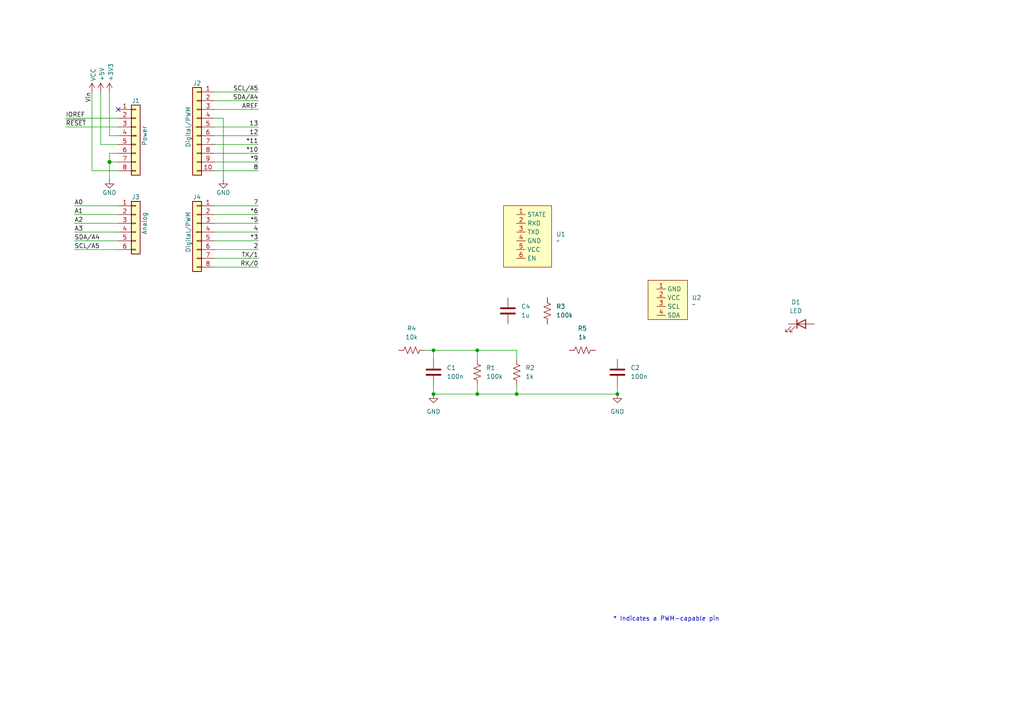
<source format=kicad_sch>
(kicad_sch (version 20250114) (generator "eeschema") (generator_version "9.0")
  (paper "A4")
  (title_block (date "mar. 31 mars 2015"))
  (lib_symbols
    (symbol "Connector_Generic:Conn_01x06" (pin_names (offset 1.016) (hide yes))
      (property "Reference" "J" (at 0 7.62 0))
      (property "Value" "Conn_01x06" (at 0 -10.16 0))
      (symbol "Conn_01x06_1_1"
        (rectangle (start -1.27 6.35) (end 1.27 -8.89) (stroke (width 0.254)) (fill (type background)))
        (rectangle (start -1.27 5.207) (end 0 4.953) (stroke (width 0.1524)))
        (rectangle (start -1.27 2.667) (end 0 2.413) (stroke (width 0.1524)))
        (rectangle (start -1.27 0.127) (end 0 -0.127) (stroke (width 0.1524)))
        (rectangle (start -1.27 -2.413) (end 0 -2.667) (stroke (width 0.1524)))
        (rectangle (start -1.27 -4.953) (end 0 -5.207) (stroke (width 0.1524)))
        (rectangle (start -1.27 -7.493) (end 0 -7.747) (stroke (width 0.1524)))
        (pin passive line (at -5.08 5.08 0) (length 3.81) (name "Pin_1") (number "1"))
        (pin passive line (at -5.08 2.54 0) (length 3.81) (name "Pin_2") (number "2"))
        (pin passive line (at -5.08 0 0) (length 3.81) (name "Pin_3") (number "3"))
        (pin passive line (at -5.08 -2.54 0) (length 3.81) (name "Pin_4") (number "4"))
        (pin passive line (at -5.08 -5.08 0) (length 3.81) (name "Pin_5") (number "5"))
        (pin passive line (at -5.08 -7.62 0) (length 3.81) (name "Pin_6") (number "6"))
      )
    )
    (symbol "Connector_Generic:Conn_01x08" (pin_names (offset 1.016) (hide yes))
      (property "Reference" "J" (at 0 10.16 0))
      (property "Value" "Conn_01x08" (at 0 -12.7 0))
      (symbol "Conn_01x08_1_1"
        (rectangle (start -1.27 8.89) (end 1.27 -11.43) (stroke (width 0.254)) (fill (type background)))
        (rectangle (start -1.27 7.747) (end 0 7.493) (stroke (width 0.1524)))
        (rectangle (start -1.27 5.207) (end 0 4.953) (stroke (width 0.1524)))
        (rectangle (start -1.27 2.667) (end 0 2.413) (stroke (width 0.1524)))
        (rectangle (start -1.27 0.127) (end 0 -0.127) (stroke (width 0.1524)))
        (rectangle (start -1.27 -2.413) (end 0 -2.667) (stroke (width 0.1524)))
        (rectangle (start -1.27 -4.953) (end 0 -5.207) (stroke (width 0.1524)))
        (rectangle (start -1.27 -7.493) (end 0 -7.747) (stroke (width 0.1524)))
        (rectangle (start -1.27 -10.033) (end 0 -10.287) (stroke (width 0.1524)))
        (pin passive line (at -5.08 7.62 0) (length 3.81) (name "Pin_1") (number "1"))
        (pin passive line (at -5.08 5.08 0) (length 3.81) (name "Pin_2") (number "2"))
        (pin passive line (at -5.08 2.54 0) (length 3.81) (name "Pin_3") (number "3"))
        (pin passive line (at -5.08 0 0) (length 3.81) (name "Pin_4") (number "4"))
        (pin passive line (at -5.08 -2.54 0) (length 3.81) (name "Pin_5") (number "5"))
        (pin passive line (at -5.08 -5.08 0) (length 3.81) (name "Pin_6") (number "6"))
        (pin passive line (at -5.08 -7.62 0) (length 3.81) (name "Pin_7") (number "7"))
        (pin passive line (at -5.08 -10.16 0) (length 3.81) (name "Pin_8") (number "8"))
      )
    )
    (symbol "Connector_Generic:Conn_01x10" (pin_names (offset 1.016) (hide yes))
      (property "Reference" "J" (at 0 12.7 0))
      (property "Value" "Conn_01x10" (at 0 -15.24 0))
      (symbol "Conn_01x10_1_1"
        (rectangle (start -1.27 11.43) (end 1.27 -13.97) (stroke (width 0.254)) (fill (type background)))
        (rectangle (start -1.27 10.287) (end 0 10.033) (stroke (width 0.1524)))
        (rectangle (start -1.27 7.747) (end 0 7.493) (stroke (width 0.1524)))
        (rectangle (start -1.27 5.207) (end 0 4.953) (stroke (width 0.1524)))
        (rectangle (start -1.27 2.667) (end 0 2.413) (stroke (width 0.1524)))
        (rectangle (start -1.27 0.127) (end 0 -0.127) (stroke (width 0.1524)))
        (rectangle (start -1.27 -2.413) (end 0 -2.667) (stroke (width 0.1524)))
        (rectangle (start -1.27 -4.953) (end 0 -5.207) (stroke (width 0.1524)))
        (rectangle (start -1.27 -7.493) (end 0 -7.747) (stroke (width 0.1524)))
        (rectangle (start -1.27 -10.033) (end 0 -10.287) (stroke (width 0.1524)))
        (rectangle (start -1.27 -12.573) (end 0 -12.827) (stroke (width 0.1524)))
        (pin passive line (at -5.08 10.16 0) (length 3.81) (name "Pin_1") (number "1"))
        (pin passive line (at -5.08 7.62 0) (length 3.81) (name "Pin_2") (number "2"))
        (pin passive line (at -5.08 5.08 0) (length 3.81) (name "Pin_3") (number "3"))
        (pin passive line (at -5.08 2.54 0) (length 3.81) (name "Pin_4") (number "4"))
        (pin passive line (at -5.08 0 0) (length 3.81) (name "Pin_5") (number "5"))
        (pin passive line (at -5.08 -2.54 0) (length 3.81) (name "Pin_6") (number "6"))
        (pin passive line (at -5.08 -5.08 0) (length 3.81) (name "Pin_7") (number "7"))
        (pin passive line (at -5.08 -7.62 0) (length 3.81) (name "Pin_8") (number "8"))
        (pin passive line (at -5.08 -10.16 0) (length 3.81) (name "Pin_9") (number "9"))
        (pin passive line (at -5.08 -12.7 0) (length 3.81) (name "Pin_10") (number "10"))
      )
    )
    (symbol "Device:C" (pin_numbers (hide yes)) (pin_names (offset 0.254))
      (property "Reference" "C" (at 0.635 2.54 0))
      (property "Value" "C" (at 0.635 -2.54 0))
      (symbol "C_0_1"
        (polyline (pts (xy -2.032 0.762) (xy 2.032 0.762)) (stroke (width 0.508)))
        (polyline (pts (xy -2.032 -0.762) (xy 2.032 -0.762)) (stroke (width 0.508)))
      )
      (symbol "C_1_1"
        (pin passive line (at 0 3.81 270) (length 2.794) (name "~") (number "1"))
        (pin passive line (at 0 -3.81 90) (length 2.794) (name "~") (number "2"))
      )
    )
    (symbol "librairie-symboles:HC05-05"
      (property "Reference" "U" (at 0 0 0))
      (symbol "HC05-05_1_1"
        (rectangle (start -2.54 0) (end 11.43 -17.78) (fill (type background)))
        (pin output line (at 1.27 -2.54 0) (length 2.54) (name "STATE") (number "1"))
        (pin input line (at 1.27 -5.08 0) (length 2.54) (name "RXD") (number "2"))
        (pin output line (at 1.27 -7.62 0) (length 2.54) (name "TXD") (number "3"))
        (pin power_in line (at 1.27 -10.16 0) (length 2.54) (name "GND") (number "4"))
        (pin power_in line (at 1.27 -12.7 0) (length 2.54) (name "VCC") (number "5"))
        (pin input line (at 1.27 -15.24 0) (length 2.54) (name "EN") (number "6"))
      )
    )
    (symbol "librairie-symboles:LED" (pin_numbers (hide yes)) (pin_names (offset 1.016) (hide yes))
      (property "Reference" "D" (at 0 2.54 0))
      (property "Value" "LED" (at 0 -2.54 0))
      (symbol "LED_0_1"
        (polyline (pts (xy -3.048 -0.762) (xy -4.572 -2.286) (xy -3.81 -2.286) (xy -4.572 -2.286) (xy -4.572 -1.524)))
        (polyline (pts (xy -1.778 -0.762) (xy -3.302 -2.286) (xy -2.54 -2.286) (xy -3.302 -2.286) (xy -3.302 -1.524)))
        (polyline (pts (xy -1.27 0) (xy 1.27 0)))
        (polyline (pts (xy -1.27 -1.27) (xy -1.27 1.27)) (stroke (width 0.254)))
        (polyline (pts (xy 1.27 -1.27) (xy 1.27 1.27) (xy -1.27 0) (xy 1.27 -1.27)) (stroke (width 0.254)))
      )
      (symbol "LED_1_1"
        (pin passive line (at -3.81 0 0) (length 2.54) (name "K") (number "1"))
        (pin passive line (at 3.81 0 180) (length 2.54) (name "A") (number "2"))
      )
    )
    (symbol "librairie-symboles:OLED01"
      (property "Reference" "U" (at 0 0 0))
      (symbol "OLED01_1_1"
        (rectangle (start -1.27 0) (end 10.16 -11.43) (fill (type background)))
        (pin power_in line (at 1.27 -2.54 0) (length 2.54) (name "GND") (number "1"))
        (pin power_in line (at 1.27 -5.08 0) (length 2.54) (name "VCC") (number "2"))
        (pin bidirectional line (at 1.27 -7.62 0) (length 2.54) (name "SCL") (number "3"))
        (pin bidirectional line (at 1.27 -10.16 0) (length 2.54) (name "SDA") (number "4"))
      )
    )
    (symbol "librairie-symboles:R_US" (pin_numbers (hide yes)) (pin_names (offset 0))
      (property "Reference" "R" (at 2.54 0 90))
      (property "Value" "R_US" (at -2.54 0 90))
      (symbol "R_US_0_1"
        (polyline (pts (xy 0 2.286) (xy 0 2.54)))
        (polyline (pts (xy 0 2.286) (xy 1.016 1.905) (xy 0 1.524) (xy -1.016 1.143) (xy 0 0.762)))
        (polyline (pts (xy 0 0.762) (xy 1.016 0.381) (xy 0 0) (xy -1.016 -0.381) (xy 0 -0.762)))
        (polyline (pts (xy 0 -0.762) (xy 1.016 -1.143) (xy 0 -1.524) (xy -1.016 -1.905) (xy 0 -2.286)))
        (polyline (pts (xy 0 -2.286) (xy 0 -2.54)))
      )
      (symbol "R_US_1_1"
        (pin passive line (at 0 3.81 270) (length 1.27) (name "~") (number "1"))
        (pin passive line (at 0 -3.81 90) (length 1.27) (name "~") (number "2"))
      )
    )
    (symbol "power:+3V3" (power) (pin_numbers (hide yes)) (pin_names (offset 0) (hide yes))
      (property "Value" "+3V3" (at 0 3.556 0))
      (symbol "+3V3_0_1"
        (polyline (pts (xy -0.762 1.27) (xy 0 2.54)))
        (polyline (pts (xy 0 2.54) (xy 0.762 1.27)))
        (polyline (pts (xy 0 0) (xy 0 2.54)))
      )
      (symbol "+3V3_1_1"
        (pin power_in line (at 0 0 90) (length 0) (name "~") (number "1"))
      )
    )
    (symbol "power:+5V" (power) (pin_numbers (hide yes)) (pin_names (offset 0) (hide yes))
      (property "Value" "+5V" (at 0 3.556 0))
      (symbol "+5V_0_1"
        (polyline (pts (xy -0.762 1.27) (xy 0 2.54)))
        (polyline (pts (xy 0 2.54) (xy 0.762 1.27)))
        (polyline (pts (xy 0 0) (xy 0 2.54)))
      )
      (symbol "+5V_1_1"
        (pin power_in line (at 0 0 90) (length 0) (name "~") (number "1"))
      )
    )
    (symbol "power:GND" (power) (pin_numbers (hide yes)) (pin_names (offset 0) (hide yes))
      (property "Value" "GND" (at 0 -3.81 0))
      (symbol "GND_0_1"
        (polyline (pts (xy 0 0) (xy 0 -1.27) (xy 1.27 -1.27) (xy 0 -2.54) (xy -1.27 -1.27) (xy 0 -1.27)))
      )
      (symbol "GND_1_1"
        (pin power_in line (at 0 0 270) (length 0) (name "~") (number "1"))
      )
    )
    (symbol "power:VCC" (power) (pin_numbers (hide yes)) (pin_names (offset 0) (hide yes))
      (property "Value" "VCC" (at 0 3.556 0))
      (symbol "VCC_0_1"
        (polyline (pts (xy -0.762 1.27) (xy 0 2.54)))
        (polyline (pts (xy 0 2.54) (xy 0.762 1.27)))
        (polyline (pts (xy 0 0) (xy 0 2.54)))
      )
      (symbol "VCC_1_1"
        (pin power_in line (at 0 0 90) (length 0) (name "~") (number "1"))
      )
    )
  )
  (text "* Indicates a PWM-capable pin" (at 177.8 180.34 0) (effects (font (size 1.27 1.27)) (justify left bottom)))
  (junction (at 179.07 114.3))
  (junction (at 149.86 114.3))
  (junction (at 31.75 46.99) (diameter 1.016))
  (junction (at 138.43 101.6))
  (junction (at 138.43 114.3))
  (junction (at 125.73 114.3))
  (junction (at 125.73 101.6))
  (no_connect (at 34.29 31.75))
  (wire (pts (xy 62.23 77.47) (xy 74.93 77.47)))
  (wire (pts (xy 62.23 44.45) (xy 74.93 44.45)))
  (wire (pts (xy 62.23 26.67) (xy 74.93 26.67)))
  (wire (pts (xy 125.73 114.3) (xy 138.43 114.3)))
  (wire (pts (xy 138.43 101.6) (xy 138.43 104.14)))
  (wire (pts (xy 31.75 44.45) (xy 31.75 46.99)))
  (wire (pts (xy 149.86 114.3) (xy 179.07 114.3)))
  (wire (pts (xy 21.59 72.39) (xy 34.29 72.39)))
  (wire (pts (xy 179.07 114.3) (xy 179.07 111.76)))
  (wire (pts (xy 31.75 46.99) (xy 31.75 52.07)))
  (wire (pts (xy 31.75 39.37) (xy 34.29 39.37)))
  (wire (pts (xy 138.43 101.6) (xy 149.86 101.6)))
  (wire (pts (xy 29.21 41.91) (xy 34.29 41.91)))
  (wire (pts (xy 149.86 101.6) (xy 149.86 104.14)))
  (wire (pts (xy 29.21 26.67) (xy 29.21 41.91)))
  (wire (pts (xy 62.23 36.83) (xy 74.93 36.83)))
  (wire (pts (xy 31.75 26.67) (xy 31.75 39.37)))
  (wire (pts (xy 62.23 59.69) (xy 74.93 59.69)))
  (wire (pts (xy 123.19 101.6) (xy 125.73 101.6)))
  (wire (pts (xy 34.29 59.69) (xy 21.59 59.69)))
  (wire (pts (xy 62.23 39.37) (xy 74.93 39.37)))
  (wire (pts (xy 62.23 62.23) (xy 74.93 62.23)))
  (wire (pts (xy 62.23 46.99) (xy 74.93 46.99)))
  (wire (pts (xy 62.23 67.31) (xy 74.93 67.31)))
  (wire (pts (xy 19.05 34.29) (xy 34.29 34.29)))
  (wire (pts (xy 138.43 114.3) (xy 149.86 114.3)))
  (wire (pts (xy 64.77 34.29) (xy 64.77 52.07)))
  (wire (pts (xy 62.23 31.75) (xy 74.93 31.75)))
  (wire (pts (xy 34.29 64.77) (xy 21.59 64.77)))
  (wire (pts (xy 19.05 36.83) (xy 34.29 36.83)))
  (wire (pts (xy 34.29 46.99) (xy 31.75 46.99)))
  (wire (pts (xy 138.43 111.76) (xy 138.43 114.3)))
  (wire (pts (xy 34.29 49.53) (xy 26.67 49.53)))
  (wire (pts (xy 21.59 62.23) (xy 34.29 62.23)))
  (wire (pts (xy 149.86 111.76) (xy 149.86 114.3)))
  (wire (pts (xy 125.73 111.76) (xy 125.73 114.3)))
  (wire (pts (xy 62.23 34.29) (xy 64.77 34.29)))
  (wire (pts (xy 34.29 44.45) (xy 31.75 44.45)))
  (wire (pts (xy 62.23 41.91) (xy 74.93 41.91)))
  (wire (pts (xy 62.23 64.77) (xy 74.93 64.77)))
  (wire (pts (xy 21.59 67.31) (xy 34.29 67.31)))
  (wire (pts (xy 125.73 104.14) (xy 125.73 101.6)))
  (wire (pts (xy 125.73 101.6) (xy 138.43 101.6)))
  (wire (pts (xy 62.23 29.21) (xy 74.93 29.21)))
  (wire (pts (xy 62.23 72.39) (xy 74.93 72.39)))
  (wire (pts (xy 62.23 69.85) (xy 74.93 69.85)))
  (wire (pts (xy 62.23 74.93) (xy 74.93 74.93)))
  (wire (pts (xy 26.67 49.53) (xy 26.67 26.67)))
  (wire (pts (xy 34.29 69.85) (xy 21.59 69.85)))
  (wire (pts (xy 62.23 49.53) (xy 74.93 49.53)))
  (label "RX{slash}0" (at 74.93 77.47 180))
  (label "A2" (at 21.59 64.77 0))
  (label "4" (at 74.93 67.31 180))
  (label "2" (at 74.93 72.39 180))
  (label "A3" (at 21.59 67.31 0))
  (label "13" (at 74.93 36.83 180))
  (label "12" (at 74.93 39.37 180))
  (label "~{RESET}" (at 19.05 36.83 0))
  (label "*10" (at 74.93 44.45 180))
  (label "7" (at 74.93 59.69 180))
  (label "SDA{slash}A4" (at 74.93 29.21 180))
  (label "8" (at 74.93 49.53 180))
  (label "*11" (at 74.93 41.91 180))
  (label "*3" (at 74.93 69.85 180))
  (label "A1" (at 21.59 62.23 0))
  (label "TX{slash}1" (at 74.93 74.93 180))
  (label "A0" (at 21.59 59.69 0))
  (label "AREF" (at 74.93 31.75 180))
  (label "Vin" (at 26.67 26.67 270))
  (label "*6" (at 74.93 62.23 180))
  (label "SCL{slash}A5" (at 74.93 26.67 180))
  (label "*9" (at 74.93 46.99 180))
  (label "*5" (at 74.93 64.77 180))
  (label "IOREF" (at 19.05 34.29 0))
  (label "SDA{slash}A4" (at 21.59 69.85 0))
  (label "SCL{slash}A5" (at 21.59 72.39 0))
  (symbol (lib_id "Connector_Generic:Conn_01x08") (at 39.37 39.37 0) (unit 1)
    (property "Reference" "J1" (at 39.37 29.21 0))
    (property "Value" "Power" (at 41.91 39.37 90))
    (property "Footprint" "Connector_PinSocket_2.54mm:PinSocket_1x08_P2.54mm_Vertical" (effects (hide yes)))
    (property "Datasheet" "~" (at 39.37 39.37 0))
    (property "Description" "Generic connector, single row, 01x08, script generated (kicad-library-utils/schlib/autogen/connector/)" (effects (hide yes)))
  )
  (symbol (lib_id "power:+3V3") (at 31.75 26.67 0) (unit 1)
    (property "Reference" "#PWR03" (effects (hide yes)))
    (property "Value" "+3V3" (at 32.131 23.622 90) (effects (justify left)))
    (property "Description" "Power symbol creates a global label with name \"+3V3\"" (effects (hide yes)))
  )
  (symbol (lib_id "power:+5V") (at 29.21 26.67 0) (unit 1)
    (property "Reference" "#PWR02" (effects (hide yes)))
    (property "Value" "+5V" (at 29.5656 23.622 90) (effects (justify left)))
    (property "Description" "Power symbol creates a global label with name \"+5V\"" (effects (hide yes)))
  )
  (symbol (lib_id "power:GND") (at 31.75 52.07 0) (unit 1)
    (property "Reference" "#PWR04" (effects (hide yes)))
    (property "Value" "GND" (at 31.75 55.88 0))
    (property "Description" "Power symbol creates a global label with name \"GND\" , ground" (effects (hide yes)))
  )
  (symbol (lib_id "Connector_Generic:Conn_01x10") (at 57.15 36.83 0) (mirror y) (unit 1)
    (property "Reference" "J2" (at 57.15 24.13 0))
    (property "Value" "Digital/PWM" (at 54.61 36.83 90))
    (property "Footprint" "Connector_PinSocket_2.54mm:PinSocket_1x10_P2.54mm_Vertical" (effects (hide yes)))
    (property "Datasheet" "~" (at 57.15 36.83 0))
    (property "Description" "Generic connector, single row, 01x10, script generated (kicad-library-utils/schlib/autogen/connector/)" (effects (hide yes)))
  )
  (symbol (lib_id "power:GND") (at 64.77 52.07 0) (unit 1)
    (property "Reference" "#PWR05" (effects (hide yes)))
    (property "Value" "GND" (at 64.77 55.88 0))
    (property "Description" "Power symbol creates a global label with name \"GND\" , ground" (effects (hide yes)))
  )
  (symbol (lib_id "Connector_Generic:Conn_01x06") (at 39.37 64.77 0) (unit 1)
    (property "Reference" "J3" (at 39.37 57.15 0))
    (property "Value" "Analog" (at 41.91 64.77 90))
    (property "Footprint" "Connector_PinSocket_2.54mm:PinSocket_1x06_P2.54mm_Vertical" (effects (hide yes)))
    (property "Description" "Generic connector, single row, 01x06, script generated (kicad-library-utils/schlib/autogen/connector/)" (effects (hide yes)))
  )
  (symbol (lib_id "Connector_Generic:Conn_01x08") (at 57.15 67.31 0) (mirror y) (unit 1)
    (property "Reference" "J4" (at 57.15 57.15 0))
    (property "Value" "Digital/PWM" (at 54.61 67.31 90))
    (property "Footprint" "Connector_PinSocket_2.54mm:PinSocket_1x08_P2.54mm_Vertical" (effects (hide yes)))
    (property "Datasheet" "~" (at 57.15 67.31 0))
    (property "Description" "Generic connector, single row, 01x08, script generated (kicad-library-utils/schlib/autogen/connector/)" (effects (hide yes)))
  )
  (symbol (lib_id "librairie-symboles:R_US") (at 138.43 107.95 0) (unit 1)
    (property "Reference" "R1" (at 140.97 106.6799 0) (effects (justify left)))
    (property "Value" "100k" (at 140.97 109.2199 0) (effects (justify left)))
    (property "Footprint" "Resistor_THT:R_Axial_DIN0207_L6.3mm_D2.5mm_P5.08mm_Vertical" (effects (hide yes)))
    (property "Description" "Resistor, US symbol" (effects (hide yes)))
  )
  (symbol (lib_id "librairie-symboles:OLED01") (at 189.23 81.28 0) (unit 1)
    (property "Reference" "U2" (at 200.66 86.3599 0) (effects (justify left)))
    (property "Value" "~" (at 200.66 88.265 0) (effects (justify left)))
    (property "Footprint" "librairie-empreintes:OLED01" (effects (hide yes)))
    (property "Datasheet" "https://joy-it.net/files/files/Produkte/SBC-OLED01/SBC-OLED01_Manual_2024-03-22.pdf" (effects (hide yes)))
  )
  (symbol (lib_id "librairie-symboles:R_US") (at 158.75 90.17 0) (unit 1)
    (property "Reference" "R3" (at 161.29 88.8999 0) (effects (justify left)))
    (property "Value" "100k" (at 161.29 91.4399 0) (effects (justify left)))
    (property "Footprint" "Resistor_THT:R_Axial_DIN0207_L6.3mm_D2.5mm_P5.08mm_Vertical" (effects (hide yes)))
    (property "Description" "Resistor, US symbol" (effects (hide yes)))
  )
  (symbol (lib_id "librairie-symboles:R_US") (at 119.38 101.6 90) (unit 1)
    (property "Reference" "R4" (at 119.38 95.25 90))
    (property "Value" "10k" (at 119.38 97.79 90))
    (property "Footprint" "Resistor_THT:R_Axial_DIN0207_L6.3mm_D2.5mm_P5.08mm_Vertical" (effects (hide yes)))
    (property "Description" "Resistor, US symbol" (effects (hide yes)))
  )
  (symbol (lib_id "Device:C") (at 179.07 107.95 0) (unit 1)
    (property "Reference" "C2" (at 182.88 106.6799 0) (effects (justify left)))
    (property "Value" "100n" (at 182.88 109.2199 0) (effects (justify left)))
    (property "Footprint" "Capacitor_THT:C_Disc_D3.0mm_W1.6mm_P2.50mm" (effects (hide yes)))
    (property "Description" "Unpolarized capacitor" (effects (hide yes)))
  )
  (symbol (lib_id "librairie-symboles:R_US") (at 149.86 107.95 0) (unit 1)
    (property "Reference" "R2" (at 152.4 106.6799 0) (effects (justify left)))
    (property "Value" "1k" (at 152.4 109.2199 0) (effects (justify left)))
    (property "Footprint" "Resistor_THT:R_Axial_DIN0207_L6.3mm_D2.5mm_P5.08mm_Vertical" (effects (hide yes)))
    (property "Description" "Resistor, US symbol" (effects (hide yes)))
  )
  (symbol (lib_id "power:VCC") (at 26.67 26.67 0) (unit 1)
    (property "Reference" "#PWR01" (effects (hide yes)))
    (property "Value" "VCC" (at 27.051 23.622 90) (effects (justify left)))
    (property "Description" "Power symbol creates a global label with name \"VCC\"" (effects (hide yes)))
  )
  (symbol (lib_id "power:GND") (at 125.73 114.3 0) (unit 1)
    (property "Reference" "#PWR06" (effects (hide yes)))
    (property "Value" "GND" (at 125.73 119.38 0))
    (property "Description" "Power symbol creates a global label with name \"GND\" , ground" (effects (hide yes)))
  )
  (symbol (lib_id "Device:C") (at 147.32 90.17 0) (unit 1)
    (property "Reference" "C4" (at 151.13 88.8999 0) (effects (justify left)))
    (property "Value" "1u" (at 151.13 91.4399 0) (effects (justify left)))
    (property "Footprint" "Capacitor_THT:C_Disc_D3.0mm_W1.6mm_P2.50mm" (effects (hide yes)))
    (property "Description" "Unpolarized capacitor" (effects (hide yes)))
  )
  (symbol (lib_id "librairie-symboles:HC05-05") (at 148.59 59.69 0) (unit 1)
    (property "Reference" "U1" (at 161.29 67.9449 0) (effects (justify left)))
    (property "Value" "~" (at 161.29 69.85 0) (effects (justify left)))
    (property "Footprint" "librairie-empreintes:HC05-05" (effects (hide yes)))
    (property "Datasheet" "https://components101.com/sites/default/files/component_datasheet/HC-05%20Datasheet.pdf" (effects (hide yes)))
  )
  (symbol (lib_id "librairie-symboles:LED") (at 232.41 93.98 0) (unit 1)
    (property "Reference" "D1" (at 230.8225 87.63 0))
    (property "Value" "LED" (at 230.8225 90.17 0))
    (property "Footprint" "LED_THT:LED_D3.0mm" (effects (hide yes)))
    (property "Description" "Light emitting diode" (effects (hide yes)))
    (property "Sim.Pins" "1=K 2=A" (effects (hide yes)))
  )
  (symbol (lib_id "librairie-symboles:R_US") (at 168.91 101.6 90) (unit 1)
    (property "Reference" "R5" (at 168.91 95.25 90))
    (property "Value" "1k" (at 168.91 97.79 90))
    (property "Footprint" "Resistor_THT:R_Axial_DIN0207_L6.3mm_D2.5mm_P5.08mm_Vertical" (effects (hide yes)))
    (property "Description" "Resistor, US symbol" (effects (hide yes)))
  )
  (symbol (lib_id "Device:C") (at 125.73 107.95 0) (unit 1)
    (property "Reference" "C1" (at 129.54 106.6799 0) (effects (justify left)))
    (property "Value" "100n" (at 129.54 109.2199 0) (effects (justify left)))
    (property "Footprint" "Capacitor_THT:C_Disc_D3.0mm_W1.6mm_P2.50mm" (effects (hide yes)))
    (property "Description" "Unpolarized capacitor" (effects (hide yes)))
  )
  (symbol (lib_id "power:GND") (at 179.07 114.3 0) (unit 1)
    (property "Reference" "#PWR07" (effects (hide yes)))
    (property "Value" "GND" (at 179.07 119.38 0))
    (property "Description" "Power symbol creates a global label with name \"GND\" , ground" (effects (hide yes)))
  )
)
</source>
